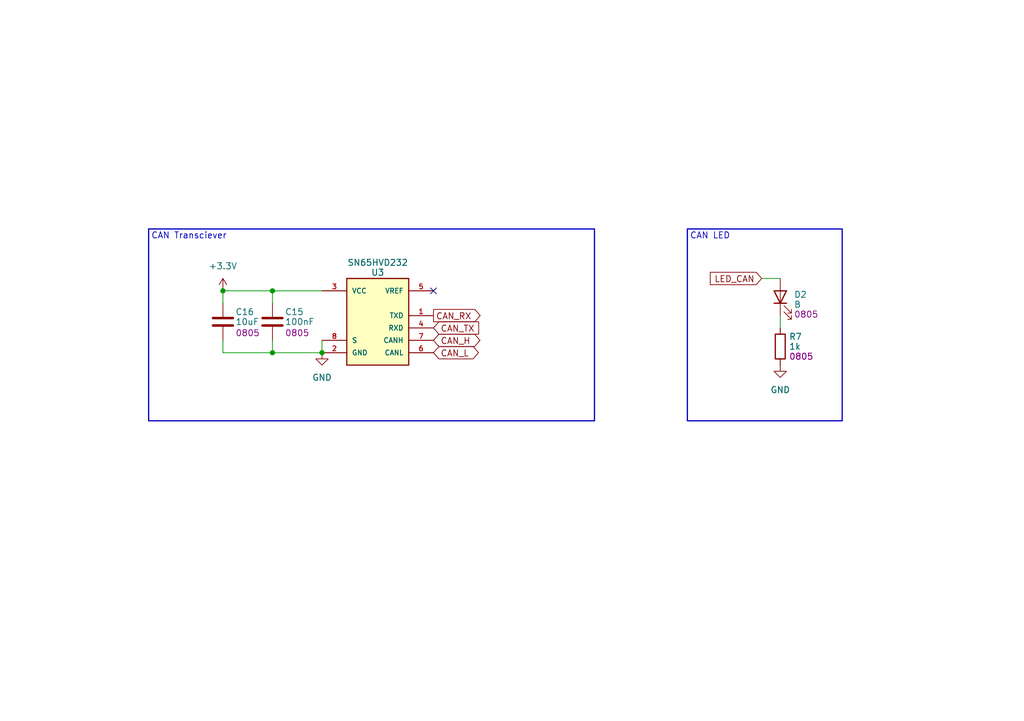
<source format=kicad_sch>
(kicad_sch (version 20231120) (generator "eeschema") (generator_version "8.0")
  (paper "A5")
  (title_block (title "ARM-JL Driver") (date "2025-02-03") (rev "REV0") (company "RobotiqueUdeS") (comment 1 "Made by Philippe Michaud"))
  (lib_symbols
    (symbol "RoverLibrary:CAN-Transceiver-SN65HVD232" (pin_names (offset 1.016))
      (property "Reference" "U" (at 0 7.62 0))
      (property "Value" "SN65HVD232" (at 0 8.89 0))
      (property "STATUS" "APPROVED" (at -0.254 11.43 0))
      (symbol "CAN-Transceiver-SN65HVD232_0_0"
        (rectangle (start -6.35 6.35) (end 6.35 -11.43) (stroke (width 0.254)) (fill (type background)))
        (pin power_in line (at -11.43 -8.89 0) (length 5.08) (name "GND") (number "2"))
        (pin power_in line (at -11.43 3.81 0) (length 5.08) (name "VCC") (number "3"))
        (pin bidirectional line (at 11.43 -8.89 180) (length 5.08) (name "CANL") (number "6"))
        (pin bidirectional line (at 11.43 -6.35 180) (length 5.08) (name "CANH") (number "7"))
        (pin input line (at -11.43 -6.35 0) (length 5.08) (name "S") (number "8"))
      )
      (symbol "CAN-Transceiver-SN65HVD232_1_0"
        (pin output line (at 11.43 -1.27 180) (length 5.08) (name "TXD") (number "1"))
        (pin input line (at 11.43 -3.81 180) (length 5.08) (name "RXD") (number "4"))
        (pin power_out line (at 11.43 3.81 180) (length 5.08) (name "VREF") (number "5"))
      )
    )
    (symbol "RoverLibrary:C_0805" (pin_numbers hide) (pin_names (offset 0.254))
      (property "Reference" "C" (at 2.54 2.032 0))
      (property "Value" "~" (at 2.54 0 0))
      (property "Package" "0805" (at 2.54 -2.286 0))
      (symbol "C_0805_0_1"
        (polyline (pts (xy -2.032 -0.762) (xy 2.032 -0.762)) (stroke (width 0.508)))
        (polyline (pts (xy -2.032 0.762) (xy 2.032 0.762)) (stroke (width 0.508)))
      )
      (symbol "C_0805_1_1"
        (pin passive line (at 0 3.81 270) (length 2.794) (name "~") (number "1"))
        (pin passive line (at 0 -3.81 90) (length 2.794) (name "~") (number "2"))
      )
    )
    (symbol "RoverLibrary:LED" (pin_numbers hide) (pin_names (offset 1.016) hide)
      (property "Reference" "D" (at 0 2.54 0))
      (property "Value" "LED" (at 0 -2.54 0))
      (symbol "LED_0_1"
        (polyline (pts (xy -1.27 -1.27) (xy -1.27 1.27)) (stroke (width 0.254)))
        (polyline (pts (xy -1.27 0) (xy 1.27 0)))
        (polyline (pts (xy 1.27 -1.27) (xy 1.27 1.27) (xy -1.27 0) (xy 1.27 -1.27)) (stroke (width 0.254)))
        (polyline (pts (xy -3.048 -0.762) (xy -4.572 -2.286) (xy -3.81 -2.286) (xy -4.572 -2.286) (xy -4.572 -1.524)))
        (polyline (pts (xy -1.778 -0.762) (xy -3.302 -2.286) (xy -2.54 -2.286) (xy -3.302 -2.286) (xy -3.302 -1.524)))
      )
      (symbol "LED_1_1"
        (pin passive line (at -3.81 0 0) (length 2.54) (name "K") (number "1"))
        (pin passive line (at 3.81 0 180) (length 2.54) (name "A") (number "2"))
      )
    )
    (symbol "RoverLibrary:R_0805" (pin_numbers hide) (pin_names (offset 0))
      (property "Reference" "R" (at 2.032 0 90))
      (property "Value" "k" (at 0 0 90))
      (property "Package" "0805" (at -2.286 0 90))
      (symbol "R_0805_0_1"
        (rectangle (start -1.016 -2.54) (end 1.016 2.54) (stroke (width 0.254)))
      )
      (symbol "R_0805_1_1"
        (pin passive line (at 0 3.81 270) (length 1.27) (name "~") (number "1"))
        (pin passive line (at 0 -3.81 90) (length 1.27) (name "~") (number "2"))
      )
    )
    (symbol "power:+3.3V" (power) (pin_numbers hide) (pin_names (offset 0) hide)
      (property "Value" "+3.3V" (at 0 3.556 0))
      (symbol "+3.3V_0_1"
        (polyline (pts (xy -0.762 1.27) (xy 0 2.54)))
        (polyline (pts (xy 0 0) (xy 0 2.54)))
        (polyline (pts (xy 0 2.54) (xy 0.762 1.27)))
      )
      (symbol "+3.3V_1_1"
        (pin power_in line (at 0 0 90) (length 0) (name "~") (number "1"))
      )
    )
    (symbol "power:GND" (power) (pin_numbers hide) (pin_names (offset 0) hide)
      (property "Value" "GND" (at 0 -3.81 0))
      (symbol "GND_0_1"
        (polyline (pts (xy 0 0) (xy 0 -1.27) (xy 1.27 -1.27) (xy 0 -2.54) (xy -1.27 -1.27) (xy 0 -1.27)))
      )
      (symbol "GND_1_1"
        (pin power_in line (at 0 0 270) (length 0) (name "~") (number "1"))
      )
    )
  )
  (junction (at 66.04 72.39))
  (junction (at 45.72 59.69))
  (junction (at 55.88 72.39))
  (junction (at 55.88 59.69))
  (no_connect (at 88.9 59.69))
  (wire (pts (xy 156.21 57.15) (xy 160.02 57.15)))
  (wire (pts (xy 55.88 62.23) (xy 55.88 59.69)))
  (wire (pts (xy 160.02 67.31) (xy 160.02 64.77)))
  (wire (pts (xy 66.04 69.85) (xy 66.04 72.39)))
  (wire (pts (xy 55.88 59.69) (xy 66.04 59.69)))
  (wire (pts (xy 45.72 59.69) (xy 55.88 59.69)))
  (wire (pts (xy 55.88 72.39) (xy 66.04 72.39)))
  (wire (pts (xy 45.72 69.85) (xy 45.72 72.39)))
  (wire (pts (xy 45.72 72.39) (xy 55.88 72.39)))
  (wire (pts (xy 55.88 69.85) (xy 55.88 72.39)))
  (wire (pts (xy 45.72 62.23) (xy 45.72 59.69)))
  (rectangle (start 140.97 46.99) (end 172.72 86.36) (stroke (width 0.254)))
  (rectangle (start 30.48 46.99) (end 121.92 86.36) (stroke (width 0.254)))
  (text "CAN Transciever" (at 30.988 48.514 0) (effects (font (size 1.27 1.27)) (justify left)))
  (text "CAN LED" (at 141.478 48.514 0) (effects (font (size 1.27 1.27)) (justify left)))
  (global_label "CAN_TX" (shape input) (at 88.9 67.31 0) (property "Intersheetrefs" "${INTERSHEET_REFS}" (effects (hide yes))))
  (global_label "CAN_RX" (shape output) (at 88.9 64.77 0) (property "Intersheetrefs" "${INTERSHEET_REFS}" (effects (hide yes))))
  (global_label "LED_CAN" (shape input) (at 156.21 57.15 180) (property "Intersheetrefs" "${INTERSHEET_REFS}" (effects (hide yes))))
  (global_label "CAN_L" (shape bidirectional) (at 88.9 72.39 0) (property "Intersheetrefs" "${INTERSHEET_REFS}" (effects (hide yes))))
  (global_label "CAN_H" (shape bidirectional) (at 88.9 69.85 0) (property "Intersheetrefs" "${INTERSHEET_REFS}" (effects (hide yes))))
  (symbol (lib_id "power:+3.3V") (at 45.72 59.69 0) (unit 1)
    (property "Reference" "#PWR?" (effects (hide yes)))
    (property "Value" "+3.3V" (at 45.72 54.61 0))
    (property "Description" "Power symbol creates a global label with name \"+3.3V\"" (effects (hide yes)))
  )
  (symbol (lib_id "RoverLibrary:C_0805") (at 55.88 66.04 0) (unit 1)
    (property "Reference" "C15" (at 58.42 64.008 0) (effects (justify left)))
    (property "Value" "100nF" (at 58.42 66.04 0) (effects (justify left)))
    (property "Footprint" "Capacitor_SMD:C_0805_2012Metric_Pad1.18x1.45mm_HandSolder" (effects (hide yes)))
    (property "Description" "Unpolarized capacitor" (effects (hide yes)))
    (property "Package" "0805" (at 58.42 68.326 0) (effects (justify left)))
  )
  (symbol (lib_id "power:GND") (at 66.04 72.39 0) (unit 1)
    (property "Reference" "#PWR?" (effects (hide yes)))
    (property "Value" "GND" (at 66.04 77.47 0))
    (property "Description" "Power symbol creates a global label with name \"GND\" , ground" (effects (hide yes)))
  )
  (symbol (lib_id "power:GND") (at 160.02 74.93 0) (unit 1)
    (property "Reference" "#PWR032" (effects (hide yes)))
    (property "Value" "GND" (at 160.02 80.01 0))
    (property "Description" "Power symbol creates a global label with name \"GND\" , ground" (effects (hide yes)))
  )
  (symbol (lib_id "RoverLibrary:R_0805") (at 160.02 71.12 180) (unit 1)
    (property "Reference" "R7" (at 161.798 69.088 0) (effects (justify right)))
    (property "Value" "1k" (at 161.798 71.12 0) (effects (justify right)))
    (property "Footprint" "Resistor_SMD:R_0805_2012Metric_Pad1.20x1.40mm_HandSolder" (effects (hide yes)))
    (property "Description" "Resistor" (effects (hide yes)))
    (property "Package" "0805" (at 161.798 73.152 0) (effects (justify right)))
  )
  (symbol (lib_id "RoverLibrary:C_0805") (at 45.72 66.04 0) (unit 1)
    (property "Reference" "C16" (at 48.26 64.008 0) (effects (justify left)))
    (property "Value" "10uF" (at 48.26 66.04 0) (effects (justify left)))
    (property "Footprint" "Capacitor_SMD:C_0805_2012Metric_Pad1.18x1.45mm_HandSolder" (effects (hide yes)))
    (property "Description" "Unpolarized capacitor" (effects (hide yes)))
    (property "Package" "0805" (at 48.26 68.326 0) (effects (justify left)))
  )
  (symbol (lib_id "RoverLibrary:LED") (at 160.02 60.96 90) (unit 1)
    (property "Reference" "D2" (at 162.814 60.452 90) (effects (justify right)))
    (property "Value" "B" (at 162.814 62.484 90) (effects (justify right)))
    (property "Footprint" "LED_SMD:LED_0805_2012Metric_Pad1.15x1.40mm_HandSolder" (effects (hide yes)))
    (property "Description" "Light emitting diode" (effects (hide yes)))
    (property "Package" "0805" (at 162.814 64.516 90) (effects (justify right)))
  )
  (symbol (lib_id "RoverLibrary:CAN-Transceiver-SN65HVD232") (at 77.47 63.5 0) (unit 1)
    (property "Reference" "U3" (at 77.47 56.642 0) (effects (justify bottom)))
    (property "Value" "SN65HVD232" (at 77.47 54.61 0) (effects (justify bottom)))
    (property "Footprint" "Package_SO:SOIC-8_3.9x4.9mm_P1.27mm" (effects (hide yes)))
    (property "Datasheet" "https://www.ti.com/lit/ds/symlink/sn65hvd230.pdf?ts=1730319703644&ref_url=https%253A%252F%252Fwww.ti.com%252Fproduct%252FSN65HVD230" (effects (hide yes)))
    (property "Description" "CAN Transceiver" (effects (hide yes)))
    (property "PARTREV" "4" (effects (hide yes)))
    (property "STANDARD" "IPC 7351B" (effects (hide yes)))
    (property "MAXIMUM_PACKAGE_HEIGHT" "1.75 mm" (effects (hide yes)))
    (property "MANUFACTURER" "NXP USA" (effects (hide yes)))
    (property "STATUS" "APPROVED" (effects (hide yes)))
  )
)
</source>
